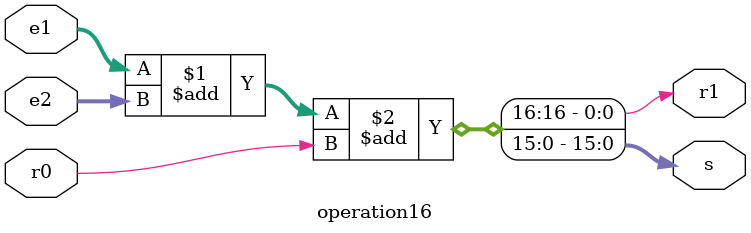
<source format=v>



module operation16(e1, e2, r0, s, r1);

    input [15:0] e1;
    input [15:0] e2;
    input r0; 
    output [15:0] s;
    output r1;
    
   assign  {r1 ,s} = e1 + e2 + r0;
   
endmodule

</source>
